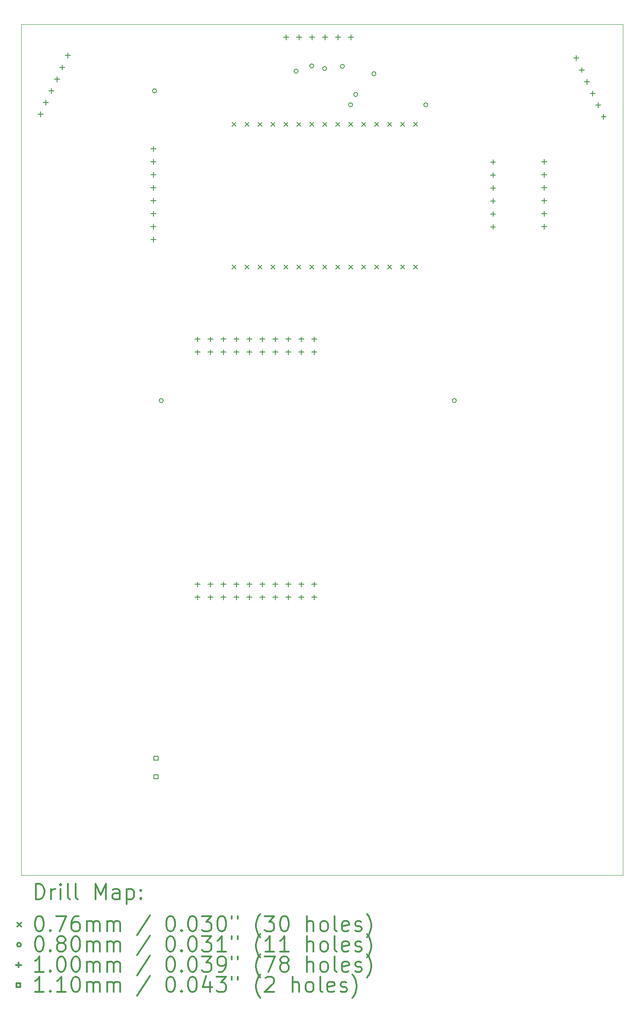
<source format=gbr>
%FSLAX45Y45*%
G04 Gerber Fmt 4.5, Leading zero omitted, Abs format (unit mm)*
G04 Created by KiCad (PCBNEW (5.1.9)-1) date 2021-05-12 16:02:21*
%MOMM*%
%LPD*%
G01*
G04 APERTURE LIST*
%TA.AperFunction,Profile*%
%ADD10C,0.050000*%
%TD*%
%ADD11C,0.200000*%
%ADD12C,0.300000*%
G04 APERTURE END LIST*
D10*
X4521200Y-22606000D02*
X5537200Y-22606000D01*
X4521200Y-22606000D02*
X4521200Y-7772400D01*
X6045200Y-22606000D02*
X5537200Y-22606000D01*
X16306800Y-22606000D02*
X6045200Y-22606000D01*
X16306800Y-5943600D02*
X16306800Y-22606000D01*
X16205200Y-5943600D02*
X16306800Y-5943600D01*
X4521200Y-5943600D02*
X16205200Y-5943600D01*
X4521200Y-6096000D02*
X4521200Y-5943600D01*
X4521200Y-7772400D02*
X4521200Y-6096000D01*
D11*
X8648700Y-7861300D02*
X8724900Y-7937500D01*
X8724900Y-7861300D02*
X8648700Y-7937500D01*
X8648700Y-10655300D02*
X8724900Y-10731500D01*
X8724900Y-10655300D02*
X8648700Y-10731500D01*
X8902700Y-7861300D02*
X8978900Y-7937500D01*
X8978900Y-7861300D02*
X8902700Y-7937500D01*
X8902700Y-10655300D02*
X8978900Y-10731500D01*
X8978900Y-10655300D02*
X8902700Y-10731500D01*
X9156700Y-7861300D02*
X9232900Y-7937500D01*
X9232900Y-7861300D02*
X9156700Y-7937500D01*
X9156700Y-10655300D02*
X9232900Y-10731500D01*
X9232900Y-10655300D02*
X9156700Y-10731500D01*
X9410700Y-7861300D02*
X9486900Y-7937500D01*
X9486900Y-7861300D02*
X9410700Y-7937500D01*
X9410700Y-10655300D02*
X9486900Y-10731500D01*
X9486900Y-10655300D02*
X9410700Y-10731500D01*
X9664700Y-7861300D02*
X9740900Y-7937500D01*
X9740900Y-7861300D02*
X9664700Y-7937500D01*
X9664700Y-10655300D02*
X9740900Y-10731500D01*
X9740900Y-10655300D02*
X9664700Y-10731500D01*
X9918700Y-7861300D02*
X9994900Y-7937500D01*
X9994900Y-7861300D02*
X9918700Y-7937500D01*
X9918700Y-10655300D02*
X9994900Y-10731500D01*
X9994900Y-10655300D02*
X9918700Y-10731500D01*
X10172700Y-7861300D02*
X10248900Y-7937500D01*
X10248900Y-7861300D02*
X10172700Y-7937500D01*
X10172700Y-10655300D02*
X10248900Y-10731500D01*
X10248900Y-10655300D02*
X10172700Y-10731500D01*
X10426700Y-7861300D02*
X10502900Y-7937500D01*
X10502900Y-7861300D02*
X10426700Y-7937500D01*
X10426700Y-10655300D02*
X10502900Y-10731500D01*
X10502900Y-10655300D02*
X10426700Y-10731500D01*
X10680700Y-7861300D02*
X10756900Y-7937500D01*
X10756900Y-7861300D02*
X10680700Y-7937500D01*
X10680700Y-10655300D02*
X10756900Y-10731500D01*
X10756900Y-10655300D02*
X10680700Y-10731500D01*
X10934700Y-7861300D02*
X11010900Y-7937500D01*
X11010900Y-7861300D02*
X10934700Y-7937500D01*
X10934700Y-10655300D02*
X11010900Y-10731500D01*
X11010900Y-10655300D02*
X10934700Y-10731500D01*
X11188700Y-7861300D02*
X11264900Y-7937500D01*
X11264900Y-7861300D02*
X11188700Y-7937500D01*
X11188700Y-10655300D02*
X11264900Y-10731500D01*
X11264900Y-10655300D02*
X11188700Y-10731500D01*
X11442700Y-7861300D02*
X11518900Y-7937500D01*
X11518900Y-7861300D02*
X11442700Y-7937500D01*
X11442700Y-10655300D02*
X11518900Y-10731500D01*
X11518900Y-10655300D02*
X11442700Y-10731500D01*
X11696700Y-7861300D02*
X11772900Y-7937500D01*
X11772900Y-7861300D02*
X11696700Y-7937500D01*
X11696700Y-10655300D02*
X11772900Y-10731500D01*
X11772900Y-10655300D02*
X11696700Y-10731500D01*
X11950700Y-7861300D02*
X12026900Y-7937500D01*
X12026900Y-7861300D02*
X11950700Y-7937500D01*
X11950700Y-10655300D02*
X12026900Y-10731500D01*
X12026900Y-10655300D02*
X11950700Y-10731500D01*
X12204700Y-7861300D02*
X12280900Y-7937500D01*
X12280900Y-7861300D02*
X12204700Y-7937500D01*
X12204700Y-10655300D02*
X12280900Y-10731500D01*
X12280900Y-10655300D02*
X12204700Y-10731500D01*
X7172593Y-7243806D02*
G75*
G03*
X7172593Y-7243806I-40000J0D01*
G01*
X7304400Y-13309600D02*
G75*
G03*
X7304400Y-13309600I-40000J0D01*
G01*
X9946000Y-6858000D02*
G75*
G03*
X9946000Y-6858000I-40000J0D01*
G01*
X10250800Y-6756400D02*
G75*
G03*
X10250800Y-6756400I-40000J0D01*
G01*
X10504800Y-6807200D02*
G75*
G03*
X10504800Y-6807200I-40000J0D01*
G01*
X10852400Y-6764400D02*
G75*
G03*
X10852400Y-6764400I-40000J0D01*
G01*
X11012800Y-7518400D02*
G75*
G03*
X11012800Y-7518400I-40000J0D01*
G01*
X11114400Y-7315200D02*
G75*
G03*
X11114400Y-7315200I-40000J0D01*
G01*
X11470000Y-6908800D02*
G75*
G03*
X11470000Y-6908800I-40000J0D01*
G01*
X12486000Y-7518400D02*
G75*
G03*
X12486000Y-7518400I-40000J0D01*
G01*
X13044800Y-13309600D02*
G75*
G03*
X13044800Y-13309600I-40000J0D01*
G01*
X4898875Y-7654211D02*
X4898875Y-7754211D01*
X4848875Y-7704211D02*
X4948875Y-7704211D01*
X5006220Y-7424009D02*
X5006220Y-7524009D01*
X4956220Y-7474009D02*
X5056220Y-7474009D01*
X5113565Y-7193806D02*
X5113565Y-7293806D01*
X5063565Y-7243806D02*
X5163565Y-7243806D01*
X5220910Y-6963604D02*
X5220910Y-7063604D01*
X5170910Y-7013604D02*
X5270910Y-7013604D01*
X5328255Y-6733402D02*
X5328255Y-6833402D01*
X5278255Y-6783402D02*
X5378255Y-6783402D01*
X5435600Y-6503200D02*
X5435600Y-6603200D01*
X5385600Y-6553200D02*
X5485600Y-6553200D01*
X7112000Y-8332000D02*
X7112000Y-8432000D01*
X7062000Y-8382000D02*
X7162000Y-8382000D01*
X7112000Y-8586000D02*
X7112000Y-8686000D01*
X7062000Y-8636000D02*
X7162000Y-8636000D01*
X7112000Y-8840000D02*
X7112000Y-8940000D01*
X7062000Y-8890000D02*
X7162000Y-8890000D01*
X7112000Y-9094000D02*
X7112000Y-9194000D01*
X7062000Y-9144000D02*
X7162000Y-9144000D01*
X7112000Y-9348000D02*
X7112000Y-9448000D01*
X7062000Y-9398000D02*
X7162000Y-9398000D01*
X7112000Y-9602000D02*
X7112000Y-9702000D01*
X7062000Y-9652000D02*
X7162000Y-9652000D01*
X7112000Y-9856000D02*
X7112000Y-9956000D01*
X7062000Y-9906000D02*
X7162000Y-9906000D01*
X7112000Y-10110000D02*
X7112000Y-10210000D01*
X7062000Y-10160000D02*
X7162000Y-10160000D01*
X7975600Y-12058400D02*
X7975600Y-12158400D01*
X7925600Y-12108400D02*
X8025600Y-12108400D01*
X7975600Y-12312400D02*
X7975600Y-12412400D01*
X7925600Y-12362400D02*
X8025600Y-12362400D01*
X7975600Y-16858400D02*
X7975600Y-16958400D01*
X7925600Y-16908400D02*
X8025600Y-16908400D01*
X7975600Y-17112400D02*
X7975600Y-17212400D01*
X7925600Y-17162400D02*
X8025600Y-17162400D01*
X8229600Y-12058400D02*
X8229600Y-12158400D01*
X8179600Y-12108400D02*
X8279600Y-12108400D01*
X8229600Y-12312400D02*
X8229600Y-12412400D01*
X8179600Y-12362400D02*
X8279600Y-12362400D01*
X8229600Y-16858400D02*
X8229600Y-16958400D01*
X8179600Y-16908400D02*
X8279600Y-16908400D01*
X8229600Y-17112400D02*
X8229600Y-17212400D01*
X8179600Y-17162400D02*
X8279600Y-17162400D01*
X8483600Y-12058400D02*
X8483600Y-12158400D01*
X8433600Y-12108400D02*
X8533600Y-12108400D01*
X8483600Y-12312400D02*
X8483600Y-12412400D01*
X8433600Y-12362400D02*
X8533600Y-12362400D01*
X8483600Y-16858400D02*
X8483600Y-16958400D01*
X8433600Y-16908400D02*
X8533600Y-16908400D01*
X8483600Y-17112400D02*
X8483600Y-17212400D01*
X8433600Y-17162400D02*
X8533600Y-17162400D01*
X8737600Y-12058400D02*
X8737600Y-12158400D01*
X8687600Y-12108400D02*
X8787600Y-12108400D01*
X8737600Y-12312400D02*
X8737600Y-12412400D01*
X8687600Y-12362400D02*
X8787600Y-12362400D01*
X8737600Y-16858400D02*
X8737600Y-16958400D01*
X8687600Y-16908400D02*
X8787600Y-16908400D01*
X8737600Y-17112400D02*
X8737600Y-17212400D01*
X8687600Y-17162400D02*
X8787600Y-17162400D01*
X8991600Y-12058400D02*
X8991600Y-12158400D01*
X8941600Y-12108400D02*
X9041600Y-12108400D01*
X8991600Y-12312400D02*
X8991600Y-12412400D01*
X8941600Y-12362400D02*
X9041600Y-12362400D01*
X8991600Y-16858400D02*
X8991600Y-16958400D01*
X8941600Y-16908400D02*
X9041600Y-16908400D01*
X8991600Y-17112400D02*
X8991600Y-17212400D01*
X8941600Y-17162400D02*
X9041600Y-17162400D01*
X9245600Y-12058400D02*
X9245600Y-12158400D01*
X9195600Y-12108400D02*
X9295600Y-12108400D01*
X9245600Y-12312400D02*
X9245600Y-12412400D01*
X9195600Y-12362400D02*
X9295600Y-12362400D01*
X9245600Y-16858400D02*
X9245600Y-16958400D01*
X9195600Y-16908400D02*
X9295600Y-16908400D01*
X9245600Y-17112400D02*
X9245600Y-17212400D01*
X9195600Y-17162400D02*
X9295600Y-17162400D01*
X9499600Y-12058400D02*
X9499600Y-12158400D01*
X9449600Y-12108400D02*
X9549600Y-12108400D01*
X9499600Y-12312400D02*
X9499600Y-12412400D01*
X9449600Y-12362400D02*
X9549600Y-12362400D01*
X9499600Y-16858400D02*
X9499600Y-16958400D01*
X9449600Y-16908400D02*
X9549600Y-16908400D01*
X9499600Y-17112400D02*
X9499600Y-17212400D01*
X9449600Y-17162400D02*
X9549600Y-17162400D01*
X9710800Y-6147600D02*
X9710800Y-6247600D01*
X9660800Y-6197600D02*
X9760800Y-6197600D01*
X9753600Y-12058400D02*
X9753600Y-12158400D01*
X9703600Y-12108400D02*
X9803600Y-12108400D01*
X9753600Y-12312400D02*
X9753600Y-12412400D01*
X9703600Y-12362400D02*
X9803600Y-12362400D01*
X9753600Y-16858400D02*
X9753600Y-16958400D01*
X9703600Y-16908400D02*
X9803600Y-16908400D01*
X9753600Y-17112400D02*
X9753600Y-17212400D01*
X9703600Y-17162400D02*
X9803600Y-17162400D01*
X9964800Y-6147600D02*
X9964800Y-6247600D01*
X9914800Y-6197600D02*
X10014800Y-6197600D01*
X10007600Y-12058400D02*
X10007600Y-12158400D01*
X9957600Y-12108400D02*
X10057600Y-12108400D01*
X10007600Y-12312400D02*
X10007600Y-12412400D01*
X9957600Y-12362400D02*
X10057600Y-12362400D01*
X10007600Y-16858400D02*
X10007600Y-16958400D01*
X9957600Y-16908400D02*
X10057600Y-16908400D01*
X10007600Y-17112400D02*
X10007600Y-17212400D01*
X9957600Y-17162400D02*
X10057600Y-17162400D01*
X10218800Y-6147600D02*
X10218800Y-6247600D01*
X10168800Y-6197600D02*
X10268800Y-6197600D01*
X10261600Y-12058400D02*
X10261600Y-12158400D01*
X10211600Y-12108400D02*
X10311600Y-12108400D01*
X10261600Y-12312400D02*
X10261600Y-12412400D01*
X10211600Y-12362400D02*
X10311600Y-12362400D01*
X10261600Y-16858400D02*
X10261600Y-16958400D01*
X10211600Y-16908400D02*
X10311600Y-16908400D01*
X10261600Y-17112400D02*
X10261600Y-17212400D01*
X10211600Y-17162400D02*
X10311600Y-17162400D01*
X10472800Y-6147600D02*
X10472800Y-6247600D01*
X10422800Y-6197600D02*
X10522800Y-6197600D01*
X10726800Y-6147600D02*
X10726800Y-6247600D01*
X10676800Y-6197600D02*
X10776800Y-6197600D01*
X10980800Y-6147600D02*
X10980800Y-6247600D01*
X10930800Y-6197600D02*
X11030800Y-6197600D01*
X13762800Y-8587800D02*
X13762800Y-8687800D01*
X13712800Y-8637800D02*
X13812800Y-8637800D01*
X13762800Y-8841800D02*
X13762800Y-8941800D01*
X13712800Y-8891800D02*
X13812800Y-8891800D01*
X13762800Y-9095800D02*
X13762800Y-9195800D01*
X13712800Y-9145800D02*
X13812800Y-9145800D01*
X13762800Y-9349800D02*
X13762800Y-9449800D01*
X13712800Y-9399800D02*
X13812800Y-9399800D01*
X13762800Y-9603800D02*
X13762800Y-9703800D01*
X13712800Y-9653800D02*
X13812800Y-9653800D01*
X13762800Y-9857800D02*
X13762800Y-9957800D01*
X13712800Y-9907800D02*
X13812800Y-9907800D01*
X14766800Y-8586000D02*
X14766800Y-8686000D01*
X14716800Y-8636000D02*
X14816800Y-8636000D01*
X14766800Y-8840000D02*
X14766800Y-8940000D01*
X14716800Y-8890000D02*
X14816800Y-8890000D01*
X14766800Y-9094000D02*
X14766800Y-9194000D01*
X14716800Y-9144000D02*
X14816800Y-9144000D01*
X14766800Y-9348000D02*
X14766800Y-9448000D01*
X14716800Y-9398000D02*
X14816800Y-9398000D01*
X14766800Y-9602000D02*
X14766800Y-9702000D01*
X14716800Y-9652000D02*
X14816800Y-9652000D01*
X14766800Y-9856000D02*
X14766800Y-9956000D01*
X14716800Y-9906000D02*
X14816800Y-9906000D01*
X15392400Y-6554000D02*
X15392400Y-6654000D01*
X15342400Y-6604000D02*
X15442400Y-6604000D01*
X15499745Y-6784202D02*
X15499745Y-6884202D01*
X15449745Y-6834202D02*
X15549745Y-6834202D01*
X15607090Y-7014404D02*
X15607090Y-7114404D01*
X15557090Y-7064404D02*
X15657090Y-7064404D01*
X15714435Y-7244606D02*
X15714435Y-7344606D01*
X15664435Y-7294606D02*
X15764435Y-7294606D01*
X15821780Y-7474809D02*
X15821780Y-7574809D01*
X15771780Y-7524809D02*
X15871780Y-7524809D01*
X15929125Y-7705011D02*
X15929125Y-7805011D01*
X15879125Y-7755011D02*
X15979125Y-7755011D01*
X7201691Y-20354491D02*
X7201691Y-20276709D01*
X7123909Y-20276709D01*
X7123909Y-20354491D01*
X7201691Y-20354491D01*
X7201691Y-20714491D02*
X7201691Y-20636709D01*
X7123909Y-20636709D01*
X7123909Y-20714491D01*
X7201691Y-20714491D01*
D12*
X4805128Y-23074214D02*
X4805128Y-22774214D01*
X4876557Y-22774214D01*
X4919414Y-22788500D01*
X4947986Y-22817071D01*
X4962271Y-22845643D01*
X4976557Y-22902786D01*
X4976557Y-22945643D01*
X4962271Y-23002786D01*
X4947986Y-23031357D01*
X4919414Y-23059929D01*
X4876557Y-23074214D01*
X4805128Y-23074214D01*
X5105128Y-23074214D02*
X5105128Y-22874214D01*
X5105128Y-22931357D02*
X5119414Y-22902786D01*
X5133700Y-22888500D01*
X5162271Y-22874214D01*
X5190843Y-22874214D01*
X5290843Y-23074214D02*
X5290843Y-22874214D01*
X5290843Y-22774214D02*
X5276557Y-22788500D01*
X5290843Y-22802786D01*
X5305128Y-22788500D01*
X5290843Y-22774214D01*
X5290843Y-22802786D01*
X5476557Y-23074214D02*
X5447986Y-23059929D01*
X5433700Y-23031357D01*
X5433700Y-22774214D01*
X5633700Y-23074214D02*
X5605128Y-23059929D01*
X5590843Y-23031357D01*
X5590843Y-22774214D01*
X5976557Y-23074214D02*
X5976557Y-22774214D01*
X6076557Y-22988500D01*
X6176557Y-22774214D01*
X6176557Y-23074214D01*
X6447986Y-23074214D02*
X6447986Y-22917071D01*
X6433700Y-22888500D01*
X6405128Y-22874214D01*
X6347986Y-22874214D01*
X6319414Y-22888500D01*
X6447986Y-23059929D02*
X6419414Y-23074214D01*
X6347986Y-23074214D01*
X6319414Y-23059929D01*
X6305128Y-23031357D01*
X6305128Y-23002786D01*
X6319414Y-22974214D01*
X6347986Y-22959929D01*
X6419414Y-22959929D01*
X6447986Y-22945643D01*
X6590843Y-22874214D02*
X6590843Y-23174214D01*
X6590843Y-22888500D02*
X6619414Y-22874214D01*
X6676557Y-22874214D01*
X6705128Y-22888500D01*
X6719414Y-22902786D01*
X6733700Y-22931357D01*
X6733700Y-23017071D01*
X6719414Y-23045643D01*
X6705128Y-23059929D01*
X6676557Y-23074214D01*
X6619414Y-23074214D01*
X6590843Y-23059929D01*
X6862271Y-23045643D02*
X6876557Y-23059929D01*
X6862271Y-23074214D01*
X6847986Y-23059929D01*
X6862271Y-23045643D01*
X6862271Y-23074214D01*
X6862271Y-22888500D02*
X6876557Y-22902786D01*
X6862271Y-22917071D01*
X6847986Y-22902786D01*
X6862271Y-22888500D01*
X6862271Y-22917071D01*
X4442500Y-23530400D02*
X4518700Y-23606600D01*
X4518700Y-23530400D02*
X4442500Y-23606600D01*
X4862271Y-23404214D02*
X4890843Y-23404214D01*
X4919414Y-23418500D01*
X4933700Y-23432786D01*
X4947986Y-23461357D01*
X4962271Y-23518500D01*
X4962271Y-23589929D01*
X4947986Y-23647071D01*
X4933700Y-23675643D01*
X4919414Y-23689929D01*
X4890843Y-23704214D01*
X4862271Y-23704214D01*
X4833700Y-23689929D01*
X4819414Y-23675643D01*
X4805128Y-23647071D01*
X4790843Y-23589929D01*
X4790843Y-23518500D01*
X4805128Y-23461357D01*
X4819414Y-23432786D01*
X4833700Y-23418500D01*
X4862271Y-23404214D01*
X5090843Y-23675643D02*
X5105128Y-23689929D01*
X5090843Y-23704214D01*
X5076557Y-23689929D01*
X5090843Y-23675643D01*
X5090843Y-23704214D01*
X5205128Y-23404214D02*
X5405128Y-23404214D01*
X5276557Y-23704214D01*
X5647986Y-23404214D02*
X5590843Y-23404214D01*
X5562271Y-23418500D01*
X5547986Y-23432786D01*
X5519414Y-23475643D01*
X5505128Y-23532786D01*
X5505128Y-23647071D01*
X5519414Y-23675643D01*
X5533700Y-23689929D01*
X5562271Y-23704214D01*
X5619414Y-23704214D01*
X5647986Y-23689929D01*
X5662271Y-23675643D01*
X5676557Y-23647071D01*
X5676557Y-23575643D01*
X5662271Y-23547071D01*
X5647986Y-23532786D01*
X5619414Y-23518500D01*
X5562271Y-23518500D01*
X5533700Y-23532786D01*
X5519414Y-23547071D01*
X5505128Y-23575643D01*
X5805128Y-23704214D02*
X5805128Y-23504214D01*
X5805128Y-23532786D02*
X5819414Y-23518500D01*
X5847986Y-23504214D01*
X5890843Y-23504214D01*
X5919414Y-23518500D01*
X5933700Y-23547071D01*
X5933700Y-23704214D01*
X5933700Y-23547071D02*
X5947986Y-23518500D01*
X5976557Y-23504214D01*
X6019414Y-23504214D01*
X6047986Y-23518500D01*
X6062271Y-23547071D01*
X6062271Y-23704214D01*
X6205128Y-23704214D02*
X6205128Y-23504214D01*
X6205128Y-23532786D02*
X6219414Y-23518500D01*
X6247986Y-23504214D01*
X6290843Y-23504214D01*
X6319414Y-23518500D01*
X6333700Y-23547071D01*
X6333700Y-23704214D01*
X6333700Y-23547071D02*
X6347986Y-23518500D01*
X6376557Y-23504214D01*
X6419414Y-23504214D01*
X6447986Y-23518500D01*
X6462271Y-23547071D01*
X6462271Y-23704214D01*
X7047986Y-23389929D02*
X6790843Y-23775643D01*
X7433700Y-23404214D02*
X7462271Y-23404214D01*
X7490843Y-23418500D01*
X7505128Y-23432786D01*
X7519414Y-23461357D01*
X7533700Y-23518500D01*
X7533700Y-23589929D01*
X7519414Y-23647071D01*
X7505128Y-23675643D01*
X7490843Y-23689929D01*
X7462271Y-23704214D01*
X7433700Y-23704214D01*
X7405128Y-23689929D01*
X7390843Y-23675643D01*
X7376557Y-23647071D01*
X7362271Y-23589929D01*
X7362271Y-23518500D01*
X7376557Y-23461357D01*
X7390843Y-23432786D01*
X7405128Y-23418500D01*
X7433700Y-23404214D01*
X7662271Y-23675643D02*
X7676557Y-23689929D01*
X7662271Y-23704214D01*
X7647986Y-23689929D01*
X7662271Y-23675643D01*
X7662271Y-23704214D01*
X7862271Y-23404214D02*
X7890843Y-23404214D01*
X7919414Y-23418500D01*
X7933700Y-23432786D01*
X7947986Y-23461357D01*
X7962271Y-23518500D01*
X7962271Y-23589929D01*
X7947986Y-23647071D01*
X7933700Y-23675643D01*
X7919414Y-23689929D01*
X7890843Y-23704214D01*
X7862271Y-23704214D01*
X7833700Y-23689929D01*
X7819414Y-23675643D01*
X7805128Y-23647071D01*
X7790843Y-23589929D01*
X7790843Y-23518500D01*
X7805128Y-23461357D01*
X7819414Y-23432786D01*
X7833700Y-23418500D01*
X7862271Y-23404214D01*
X8062271Y-23404214D02*
X8247986Y-23404214D01*
X8147986Y-23518500D01*
X8190843Y-23518500D01*
X8219414Y-23532786D01*
X8233700Y-23547071D01*
X8247986Y-23575643D01*
X8247986Y-23647071D01*
X8233700Y-23675643D01*
X8219414Y-23689929D01*
X8190843Y-23704214D01*
X8105128Y-23704214D01*
X8076557Y-23689929D01*
X8062271Y-23675643D01*
X8433700Y-23404214D02*
X8462271Y-23404214D01*
X8490843Y-23418500D01*
X8505128Y-23432786D01*
X8519414Y-23461357D01*
X8533700Y-23518500D01*
X8533700Y-23589929D01*
X8519414Y-23647071D01*
X8505128Y-23675643D01*
X8490843Y-23689929D01*
X8462271Y-23704214D01*
X8433700Y-23704214D01*
X8405128Y-23689929D01*
X8390843Y-23675643D01*
X8376557Y-23647071D01*
X8362271Y-23589929D01*
X8362271Y-23518500D01*
X8376557Y-23461357D01*
X8390843Y-23432786D01*
X8405128Y-23418500D01*
X8433700Y-23404214D01*
X8647986Y-23404214D02*
X8647986Y-23461357D01*
X8762271Y-23404214D02*
X8762271Y-23461357D01*
X9205128Y-23818500D02*
X9190843Y-23804214D01*
X9162271Y-23761357D01*
X9147986Y-23732786D01*
X9133700Y-23689929D01*
X9119414Y-23618500D01*
X9119414Y-23561357D01*
X9133700Y-23489929D01*
X9147986Y-23447071D01*
X9162271Y-23418500D01*
X9190843Y-23375643D01*
X9205128Y-23361357D01*
X9290843Y-23404214D02*
X9476557Y-23404214D01*
X9376557Y-23518500D01*
X9419414Y-23518500D01*
X9447986Y-23532786D01*
X9462271Y-23547071D01*
X9476557Y-23575643D01*
X9476557Y-23647071D01*
X9462271Y-23675643D01*
X9447986Y-23689929D01*
X9419414Y-23704214D01*
X9333700Y-23704214D01*
X9305128Y-23689929D01*
X9290843Y-23675643D01*
X9662271Y-23404214D02*
X9690843Y-23404214D01*
X9719414Y-23418500D01*
X9733700Y-23432786D01*
X9747986Y-23461357D01*
X9762271Y-23518500D01*
X9762271Y-23589929D01*
X9747986Y-23647071D01*
X9733700Y-23675643D01*
X9719414Y-23689929D01*
X9690843Y-23704214D01*
X9662271Y-23704214D01*
X9633700Y-23689929D01*
X9619414Y-23675643D01*
X9605128Y-23647071D01*
X9590843Y-23589929D01*
X9590843Y-23518500D01*
X9605128Y-23461357D01*
X9619414Y-23432786D01*
X9633700Y-23418500D01*
X9662271Y-23404214D01*
X10119414Y-23704214D02*
X10119414Y-23404214D01*
X10247986Y-23704214D02*
X10247986Y-23547071D01*
X10233700Y-23518500D01*
X10205128Y-23504214D01*
X10162271Y-23504214D01*
X10133700Y-23518500D01*
X10119414Y-23532786D01*
X10433700Y-23704214D02*
X10405128Y-23689929D01*
X10390843Y-23675643D01*
X10376557Y-23647071D01*
X10376557Y-23561357D01*
X10390843Y-23532786D01*
X10405128Y-23518500D01*
X10433700Y-23504214D01*
X10476557Y-23504214D01*
X10505128Y-23518500D01*
X10519414Y-23532786D01*
X10533700Y-23561357D01*
X10533700Y-23647071D01*
X10519414Y-23675643D01*
X10505128Y-23689929D01*
X10476557Y-23704214D01*
X10433700Y-23704214D01*
X10705128Y-23704214D02*
X10676557Y-23689929D01*
X10662271Y-23661357D01*
X10662271Y-23404214D01*
X10933700Y-23689929D02*
X10905128Y-23704214D01*
X10847986Y-23704214D01*
X10819414Y-23689929D01*
X10805128Y-23661357D01*
X10805128Y-23547071D01*
X10819414Y-23518500D01*
X10847986Y-23504214D01*
X10905128Y-23504214D01*
X10933700Y-23518500D01*
X10947986Y-23547071D01*
X10947986Y-23575643D01*
X10805128Y-23604214D01*
X11062271Y-23689929D02*
X11090843Y-23704214D01*
X11147986Y-23704214D01*
X11176557Y-23689929D01*
X11190843Y-23661357D01*
X11190843Y-23647071D01*
X11176557Y-23618500D01*
X11147986Y-23604214D01*
X11105128Y-23604214D01*
X11076557Y-23589929D01*
X11062271Y-23561357D01*
X11062271Y-23547071D01*
X11076557Y-23518500D01*
X11105128Y-23504214D01*
X11147986Y-23504214D01*
X11176557Y-23518500D01*
X11290843Y-23818500D02*
X11305128Y-23804214D01*
X11333700Y-23761357D01*
X11347986Y-23732786D01*
X11362271Y-23689929D01*
X11376557Y-23618500D01*
X11376557Y-23561357D01*
X11362271Y-23489929D01*
X11347986Y-23447071D01*
X11333700Y-23418500D01*
X11305128Y-23375643D01*
X11290843Y-23361357D01*
X4518700Y-23964500D02*
G75*
G03*
X4518700Y-23964500I-40000J0D01*
G01*
X4862271Y-23800214D02*
X4890843Y-23800214D01*
X4919414Y-23814500D01*
X4933700Y-23828786D01*
X4947986Y-23857357D01*
X4962271Y-23914500D01*
X4962271Y-23985929D01*
X4947986Y-24043071D01*
X4933700Y-24071643D01*
X4919414Y-24085929D01*
X4890843Y-24100214D01*
X4862271Y-24100214D01*
X4833700Y-24085929D01*
X4819414Y-24071643D01*
X4805128Y-24043071D01*
X4790843Y-23985929D01*
X4790843Y-23914500D01*
X4805128Y-23857357D01*
X4819414Y-23828786D01*
X4833700Y-23814500D01*
X4862271Y-23800214D01*
X5090843Y-24071643D02*
X5105128Y-24085929D01*
X5090843Y-24100214D01*
X5076557Y-24085929D01*
X5090843Y-24071643D01*
X5090843Y-24100214D01*
X5276557Y-23928786D02*
X5247986Y-23914500D01*
X5233700Y-23900214D01*
X5219414Y-23871643D01*
X5219414Y-23857357D01*
X5233700Y-23828786D01*
X5247986Y-23814500D01*
X5276557Y-23800214D01*
X5333700Y-23800214D01*
X5362271Y-23814500D01*
X5376557Y-23828786D01*
X5390843Y-23857357D01*
X5390843Y-23871643D01*
X5376557Y-23900214D01*
X5362271Y-23914500D01*
X5333700Y-23928786D01*
X5276557Y-23928786D01*
X5247986Y-23943071D01*
X5233700Y-23957357D01*
X5219414Y-23985929D01*
X5219414Y-24043071D01*
X5233700Y-24071643D01*
X5247986Y-24085929D01*
X5276557Y-24100214D01*
X5333700Y-24100214D01*
X5362271Y-24085929D01*
X5376557Y-24071643D01*
X5390843Y-24043071D01*
X5390843Y-23985929D01*
X5376557Y-23957357D01*
X5362271Y-23943071D01*
X5333700Y-23928786D01*
X5576557Y-23800214D02*
X5605128Y-23800214D01*
X5633700Y-23814500D01*
X5647986Y-23828786D01*
X5662271Y-23857357D01*
X5676557Y-23914500D01*
X5676557Y-23985929D01*
X5662271Y-24043071D01*
X5647986Y-24071643D01*
X5633700Y-24085929D01*
X5605128Y-24100214D01*
X5576557Y-24100214D01*
X5547986Y-24085929D01*
X5533700Y-24071643D01*
X5519414Y-24043071D01*
X5505128Y-23985929D01*
X5505128Y-23914500D01*
X5519414Y-23857357D01*
X5533700Y-23828786D01*
X5547986Y-23814500D01*
X5576557Y-23800214D01*
X5805128Y-24100214D02*
X5805128Y-23900214D01*
X5805128Y-23928786D02*
X5819414Y-23914500D01*
X5847986Y-23900214D01*
X5890843Y-23900214D01*
X5919414Y-23914500D01*
X5933700Y-23943071D01*
X5933700Y-24100214D01*
X5933700Y-23943071D02*
X5947986Y-23914500D01*
X5976557Y-23900214D01*
X6019414Y-23900214D01*
X6047986Y-23914500D01*
X6062271Y-23943071D01*
X6062271Y-24100214D01*
X6205128Y-24100214D02*
X6205128Y-23900214D01*
X6205128Y-23928786D02*
X6219414Y-23914500D01*
X6247986Y-23900214D01*
X6290843Y-23900214D01*
X6319414Y-23914500D01*
X6333700Y-23943071D01*
X6333700Y-24100214D01*
X6333700Y-23943071D02*
X6347986Y-23914500D01*
X6376557Y-23900214D01*
X6419414Y-23900214D01*
X6447986Y-23914500D01*
X6462271Y-23943071D01*
X6462271Y-24100214D01*
X7047986Y-23785929D02*
X6790843Y-24171643D01*
X7433700Y-23800214D02*
X7462271Y-23800214D01*
X7490843Y-23814500D01*
X7505128Y-23828786D01*
X7519414Y-23857357D01*
X7533700Y-23914500D01*
X7533700Y-23985929D01*
X7519414Y-24043071D01*
X7505128Y-24071643D01*
X7490843Y-24085929D01*
X7462271Y-24100214D01*
X7433700Y-24100214D01*
X7405128Y-24085929D01*
X7390843Y-24071643D01*
X7376557Y-24043071D01*
X7362271Y-23985929D01*
X7362271Y-23914500D01*
X7376557Y-23857357D01*
X7390843Y-23828786D01*
X7405128Y-23814500D01*
X7433700Y-23800214D01*
X7662271Y-24071643D02*
X7676557Y-24085929D01*
X7662271Y-24100214D01*
X7647986Y-24085929D01*
X7662271Y-24071643D01*
X7662271Y-24100214D01*
X7862271Y-23800214D02*
X7890843Y-23800214D01*
X7919414Y-23814500D01*
X7933700Y-23828786D01*
X7947986Y-23857357D01*
X7962271Y-23914500D01*
X7962271Y-23985929D01*
X7947986Y-24043071D01*
X7933700Y-24071643D01*
X7919414Y-24085929D01*
X7890843Y-24100214D01*
X7862271Y-24100214D01*
X7833700Y-24085929D01*
X7819414Y-24071643D01*
X7805128Y-24043071D01*
X7790843Y-23985929D01*
X7790843Y-23914500D01*
X7805128Y-23857357D01*
X7819414Y-23828786D01*
X7833700Y-23814500D01*
X7862271Y-23800214D01*
X8062271Y-23800214D02*
X8247986Y-23800214D01*
X8147986Y-23914500D01*
X8190843Y-23914500D01*
X8219414Y-23928786D01*
X8233700Y-23943071D01*
X8247986Y-23971643D01*
X8247986Y-24043071D01*
X8233700Y-24071643D01*
X8219414Y-24085929D01*
X8190843Y-24100214D01*
X8105128Y-24100214D01*
X8076557Y-24085929D01*
X8062271Y-24071643D01*
X8533700Y-24100214D02*
X8362271Y-24100214D01*
X8447986Y-24100214D02*
X8447986Y-23800214D01*
X8419414Y-23843071D01*
X8390843Y-23871643D01*
X8362271Y-23885929D01*
X8647986Y-23800214D02*
X8647986Y-23857357D01*
X8762271Y-23800214D02*
X8762271Y-23857357D01*
X9205128Y-24214500D02*
X9190843Y-24200214D01*
X9162271Y-24157357D01*
X9147986Y-24128786D01*
X9133700Y-24085929D01*
X9119414Y-24014500D01*
X9119414Y-23957357D01*
X9133700Y-23885929D01*
X9147986Y-23843071D01*
X9162271Y-23814500D01*
X9190843Y-23771643D01*
X9205128Y-23757357D01*
X9476557Y-24100214D02*
X9305128Y-24100214D01*
X9390843Y-24100214D02*
X9390843Y-23800214D01*
X9362271Y-23843071D01*
X9333700Y-23871643D01*
X9305128Y-23885929D01*
X9762271Y-24100214D02*
X9590843Y-24100214D01*
X9676557Y-24100214D02*
X9676557Y-23800214D01*
X9647986Y-23843071D01*
X9619414Y-23871643D01*
X9590843Y-23885929D01*
X10119414Y-24100214D02*
X10119414Y-23800214D01*
X10247986Y-24100214D02*
X10247986Y-23943071D01*
X10233700Y-23914500D01*
X10205128Y-23900214D01*
X10162271Y-23900214D01*
X10133700Y-23914500D01*
X10119414Y-23928786D01*
X10433700Y-24100214D02*
X10405128Y-24085929D01*
X10390843Y-24071643D01*
X10376557Y-24043071D01*
X10376557Y-23957357D01*
X10390843Y-23928786D01*
X10405128Y-23914500D01*
X10433700Y-23900214D01*
X10476557Y-23900214D01*
X10505128Y-23914500D01*
X10519414Y-23928786D01*
X10533700Y-23957357D01*
X10533700Y-24043071D01*
X10519414Y-24071643D01*
X10505128Y-24085929D01*
X10476557Y-24100214D01*
X10433700Y-24100214D01*
X10705128Y-24100214D02*
X10676557Y-24085929D01*
X10662271Y-24057357D01*
X10662271Y-23800214D01*
X10933700Y-24085929D02*
X10905128Y-24100214D01*
X10847986Y-24100214D01*
X10819414Y-24085929D01*
X10805128Y-24057357D01*
X10805128Y-23943071D01*
X10819414Y-23914500D01*
X10847986Y-23900214D01*
X10905128Y-23900214D01*
X10933700Y-23914500D01*
X10947986Y-23943071D01*
X10947986Y-23971643D01*
X10805128Y-24000214D01*
X11062271Y-24085929D02*
X11090843Y-24100214D01*
X11147986Y-24100214D01*
X11176557Y-24085929D01*
X11190843Y-24057357D01*
X11190843Y-24043071D01*
X11176557Y-24014500D01*
X11147986Y-24000214D01*
X11105128Y-24000214D01*
X11076557Y-23985929D01*
X11062271Y-23957357D01*
X11062271Y-23943071D01*
X11076557Y-23914500D01*
X11105128Y-23900214D01*
X11147986Y-23900214D01*
X11176557Y-23914500D01*
X11290843Y-24214500D02*
X11305128Y-24200214D01*
X11333700Y-24157357D01*
X11347986Y-24128786D01*
X11362271Y-24085929D01*
X11376557Y-24014500D01*
X11376557Y-23957357D01*
X11362271Y-23885929D01*
X11347986Y-23843071D01*
X11333700Y-23814500D01*
X11305128Y-23771643D01*
X11290843Y-23757357D01*
X4468700Y-24310500D02*
X4468700Y-24410500D01*
X4418700Y-24360500D02*
X4518700Y-24360500D01*
X4962271Y-24496214D02*
X4790843Y-24496214D01*
X4876557Y-24496214D02*
X4876557Y-24196214D01*
X4847986Y-24239071D01*
X4819414Y-24267643D01*
X4790843Y-24281929D01*
X5090843Y-24467643D02*
X5105128Y-24481929D01*
X5090843Y-24496214D01*
X5076557Y-24481929D01*
X5090843Y-24467643D01*
X5090843Y-24496214D01*
X5290843Y-24196214D02*
X5319414Y-24196214D01*
X5347986Y-24210500D01*
X5362271Y-24224786D01*
X5376557Y-24253357D01*
X5390843Y-24310500D01*
X5390843Y-24381929D01*
X5376557Y-24439071D01*
X5362271Y-24467643D01*
X5347986Y-24481929D01*
X5319414Y-24496214D01*
X5290843Y-24496214D01*
X5262271Y-24481929D01*
X5247986Y-24467643D01*
X5233700Y-24439071D01*
X5219414Y-24381929D01*
X5219414Y-24310500D01*
X5233700Y-24253357D01*
X5247986Y-24224786D01*
X5262271Y-24210500D01*
X5290843Y-24196214D01*
X5576557Y-24196214D02*
X5605128Y-24196214D01*
X5633700Y-24210500D01*
X5647986Y-24224786D01*
X5662271Y-24253357D01*
X5676557Y-24310500D01*
X5676557Y-24381929D01*
X5662271Y-24439071D01*
X5647986Y-24467643D01*
X5633700Y-24481929D01*
X5605128Y-24496214D01*
X5576557Y-24496214D01*
X5547986Y-24481929D01*
X5533700Y-24467643D01*
X5519414Y-24439071D01*
X5505128Y-24381929D01*
X5505128Y-24310500D01*
X5519414Y-24253357D01*
X5533700Y-24224786D01*
X5547986Y-24210500D01*
X5576557Y-24196214D01*
X5805128Y-24496214D02*
X5805128Y-24296214D01*
X5805128Y-24324786D02*
X5819414Y-24310500D01*
X5847986Y-24296214D01*
X5890843Y-24296214D01*
X5919414Y-24310500D01*
X5933700Y-24339071D01*
X5933700Y-24496214D01*
X5933700Y-24339071D02*
X5947986Y-24310500D01*
X5976557Y-24296214D01*
X6019414Y-24296214D01*
X6047986Y-24310500D01*
X6062271Y-24339071D01*
X6062271Y-24496214D01*
X6205128Y-24496214D02*
X6205128Y-24296214D01*
X6205128Y-24324786D02*
X6219414Y-24310500D01*
X6247986Y-24296214D01*
X6290843Y-24296214D01*
X6319414Y-24310500D01*
X6333700Y-24339071D01*
X6333700Y-24496214D01*
X6333700Y-24339071D02*
X6347986Y-24310500D01*
X6376557Y-24296214D01*
X6419414Y-24296214D01*
X6447986Y-24310500D01*
X6462271Y-24339071D01*
X6462271Y-24496214D01*
X7047986Y-24181929D02*
X6790843Y-24567643D01*
X7433700Y-24196214D02*
X7462271Y-24196214D01*
X7490843Y-24210500D01*
X7505128Y-24224786D01*
X7519414Y-24253357D01*
X7533700Y-24310500D01*
X7533700Y-24381929D01*
X7519414Y-24439071D01*
X7505128Y-24467643D01*
X7490843Y-24481929D01*
X7462271Y-24496214D01*
X7433700Y-24496214D01*
X7405128Y-24481929D01*
X7390843Y-24467643D01*
X7376557Y-24439071D01*
X7362271Y-24381929D01*
X7362271Y-24310500D01*
X7376557Y-24253357D01*
X7390843Y-24224786D01*
X7405128Y-24210500D01*
X7433700Y-24196214D01*
X7662271Y-24467643D02*
X7676557Y-24481929D01*
X7662271Y-24496214D01*
X7647986Y-24481929D01*
X7662271Y-24467643D01*
X7662271Y-24496214D01*
X7862271Y-24196214D02*
X7890843Y-24196214D01*
X7919414Y-24210500D01*
X7933700Y-24224786D01*
X7947986Y-24253357D01*
X7962271Y-24310500D01*
X7962271Y-24381929D01*
X7947986Y-24439071D01*
X7933700Y-24467643D01*
X7919414Y-24481929D01*
X7890843Y-24496214D01*
X7862271Y-24496214D01*
X7833700Y-24481929D01*
X7819414Y-24467643D01*
X7805128Y-24439071D01*
X7790843Y-24381929D01*
X7790843Y-24310500D01*
X7805128Y-24253357D01*
X7819414Y-24224786D01*
X7833700Y-24210500D01*
X7862271Y-24196214D01*
X8062271Y-24196214D02*
X8247986Y-24196214D01*
X8147986Y-24310500D01*
X8190843Y-24310500D01*
X8219414Y-24324786D01*
X8233700Y-24339071D01*
X8247986Y-24367643D01*
X8247986Y-24439071D01*
X8233700Y-24467643D01*
X8219414Y-24481929D01*
X8190843Y-24496214D01*
X8105128Y-24496214D01*
X8076557Y-24481929D01*
X8062271Y-24467643D01*
X8390843Y-24496214D02*
X8447986Y-24496214D01*
X8476557Y-24481929D01*
X8490843Y-24467643D01*
X8519414Y-24424786D01*
X8533700Y-24367643D01*
X8533700Y-24253357D01*
X8519414Y-24224786D01*
X8505128Y-24210500D01*
X8476557Y-24196214D01*
X8419414Y-24196214D01*
X8390843Y-24210500D01*
X8376557Y-24224786D01*
X8362271Y-24253357D01*
X8362271Y-24324786D01*
X8376557Y-24353357D01*
X8390843Y-24367643D01*
X8419414Y-24381929D01*
X8476557Y-24381929D01*
X8505128Y-24367643D01*
X8519414Y-24353357D01*
X8533700Y-24324786D01*
X8647986Y-24196214D02*
X8647986Y-24253357D01*
X8762271Y-24196214D02*
X8762271Y-24253357D01*
X9205128Y-24610500D02*
X9190843Y-24596214D01*
X9162271Y-24553357D01*
X9147986Y-24524786D01*
X9133700Y-24481929D01*
X9119414Y-24410500D01*
X9119414Y-24353357D01*
X9133700Y-24281929D01*
X9147986Y-24239071D01*
X9162271Y-24210500D01*
X9190843Y-24167643D01*
X9205128Y-24153357D01*
X9290843Y-24196214D02*
X9490843Y-24196214D01*
X9362271Y-24496214D01*
X9647986Y-24324786D02*
X9619414Y-24310500D01*
X9605128Y-24296214D01*
X9590843Y-24267643D01*
X9590843Y-24253357D01*
X9605128Y-24224786D01*
X9619414Y-24210500D01*
X9647986Y-24196214D01*
X9705128Y-24196214D01*
X9733700Y-24210500D01*
X9747986Y-24224786D01*
X9762271Y-24253357D01*
X9762271Y-24267643D01*
X9747986Y-24296214D01*
X9733700Y-24310500D01*
X9705128Y-24324786D01*
X9647986Y-24324786D01*
X9619414Y-24339071D01*
X9605128Y-24353357D01*
X9590843Y-24381929D01*
X9590843Y-24439071D01*
X9605128Y-24467643D01*
X9619414Y-24481929D01*
X9647986Y-24496214D01*
X9705128Y-24496214D01*
X9733700Y-24481929D01*
X9747986Y-24467643D01*
X9762271Y-24439071D01*
X9762271Y-24381929D01*
X9747986Y-24353357D01*
X9733700Y-24339071D01*
X9705128Y-24324786D01*
X10119414Y-24496214D02*
X10119414Y-24196214D01*
X10247986Y-24496214D02*
X10247986Y-24339071D01*
X10233700Y-24310500D01*
X10205128Y-24296214D01*
X10162271Y-24296214D01*
X10133700Y-24310500D01*
X10119414Y-24324786D01*
X10433700Y-24496214D02*
X10405128Y-24481929D01*
X10390843Y-24467643D01*
X10376557Y-24439071D01*
X10376557Y-24353357D01*
X10390843Y-24324786D01*
X10405128Y-24310500D01*
X10433700Y-24296214D01*
X10476557Y-24296214D01*
X10505128Y-24310500D01*
X10519414Y-24324786D01*
X10533700Y-24353357D01*
X10533700Y-24439071D01*
X10519414Y-24467643D01*
X10505128Y-24481929D01*
X10476557Y-24496214D01*
X10433700Y-24496214D01*
X10705128Y-24496214D02*
X10676557Y-24481929D01*
X10662271Y-24453357D01*
X10662271Y-24196214D01*
X10933700Y-24481929D02*
X10905128Y-24496214D01*
X10847986Y-24496214D01*
X10819414Y-24481929D01*
X10805128Y-24453357D01*
X10805128Y-24339071D01*
X10819414Y-24310500D01*
X10847986Y-24296214D01*
X10905128Y-24296214D01*
X10933700Y-24310500D01*
X10947986Y-24339071D01*
X10947986Y-24367643D01*
X10805128Y-24396214D01*
X11062271Y-24481929D02*
X11090843Y-24496214D01*
X11147986Y-24496214D01*
X11176557Y-24481929D01*
X11190843Y-24453357D01*
X11190843Y-24439071D01*
X11176557Y-24410500D01*
X11147986Y-24396214D01*
X11105128Y-24396214D01*
X11076557Y-24381929D01*
X11062271Y-24353357D01*
X11062271Y-24339071D01*
X11076557Y-24310500D01*
X11105128Y-24296214D01*
X11147986Y-24296214D01*
X11176557Y-24310500D01*
X11290843Y-24610500D02*
X11305128Y-24596214D01*
X11333700Y-24553357D01*
X11347986Y-24524786D01*
X11362271Y-24481929D01*
X11376557Y-24410500D01*
X11376557Y-24353357D01*
X11362271Y-24281929D01*
X11347986Y-24239071D01*
X11333700Y-24210500D01*
X11305128Y-24167643D01*
X11290843Y-24153357D01*
X4502591Y-24795391D02*
X4502591Y-24717609D01*
X4424809Y-24717609D01*
X4424809Y-24795391D01*
X4502591Y-24795391D01*
X4962271Y-24892214D02*
X4790843Y-24892214D01*
X4876557Y-24892214D02*
X4876557Y-24592214D01*
X4847986Y-24635071D01*
X4819414Y-24663643D01*
X4790843Y-24677929D01*
X5090843Y-24863643D02*
X5105128Y-24877929D01*
X5090843Y-24892214D01*
X5076557Y-24877929D01*
X5090843Y-24863643D01*
X5090843Y-24892214D01*
X5390843Y-24892214D02*
X5219414Y-24892214D01*
X5305128Y-24892214D02*
X5305128Y-24592214D01*
X5276557Y-24635071D01*
X5247986Y-24663643D01*
X5219414Y-24677929D01*
X5576557Y-24592214D02*
X5605128Y-24592214D01*
X5633700Y-24606500D01*
X5647986Y-24620786D01*
X5662271Y-24649357D01*
X5676557Y-24706500D01*
X5676557Y-24777929D01*
X5662271Y-24835071D01*
X5647986Y-24863643D01*
X5633700Y-24877929D01*
X5605128Y-24892214D01*
X5576557Y-24892214D01*
X5547986Y-24877929D01*
X5533700Y-24863643D01*
X5519414Y-24835071D01*
X5505128Y-24777929D01*
X5505128Y-24706500D01*
X5519414Y-24649357D01*
X5533700Y-24620786D01*
X5547986Y-24606500D01*
X5576557Y-24592214D01*
X5805128Y-24892214D02*
X5805128Y-24692214D01*
X5805128Y-24720786D02*
X5819414Y-24706500D01*
X5847986Y-24692214D01*
X5890843Y-24692214D01*
X5919414Y-24706500D01*
X5933700Y-24735071D01*
X5933700Y-24892214D01*
X5933700Y-24735071D02*
X5947986Y-24706500D01*
X5976557Y-24692214D01*
X6019414Y-24692214D01*
X6047986Y-24706500D01*
X6062271Y-24735071D01*
X6062271Y-24892214D01*
X6205128Y-24892214D02*
X6205128Y-24692214D01*
X6205128Y-24720786D02*
X6219414Y-24706500D01*
X6247986Y-24692214D01*
X6290843Y-24692214D01*
X6319414Y-24706500D01*
X6333700Y-24735071D01*
X6333700Y-24892214D01*
X6333700Y-24735071D02*
X6347986Y-24706500D01*
X6376557Y-24692214D01*
X6419414Y-24692214D01*
X6447986Y-24706500D01*
X6462271Y-24735071D01*
X6462271Y-24892214D01*
X7047986Y-24577929D02*
X6790843Y-24963643D01*
X7433700Y-24592214D02*
X7462271Y-24592214D01*
X7490843Y-24606500D01*
X7505128Y-24620786D01*
X7519414Y-24649357D01*
X7533700Y-24706500D01*
X7533700Y-24777929D01*
X7519414Y-24835071D01*
X7505128Y-24863643D01*
X7490843Y-24877929D01*
X7462271Y-24892214D01*
X7433700Y-24892214D01*
X7405128Y-24877929D01*
X7390843Y-24863643D01*
X7376557Y-24835071D01*
X7362271Y-24777929D01*
X7362271Y-24706500D01*
X7376557Y-24649357D01*
X7390843Y-24620786D01*
X7405128Y-24606500D01*
X7433700Y-24592214D01*
X7662271Y-24863643D02*
X7676557Y-24877929D01*
X7662271Y-24892214D01*
X7647986Y-24877929D01*
X7662271Y-24863643D01*
X7662271Y-24892214D01*
X7862271Y-24592214D02*
X7890843Y-24592214D01*
X7919414Y-24606500D01*
X7933700Y-24620786D01*
X7947986Y-24649357D01*
X7962271Y-24706500D01*
X7962271Y-24777929D01*
X7947986Y-24835071D01*
X7933700Y-24863643D01*
X7919414Y-24877929D01*
X7890843Y-24892214D01*
X7862271Y-24892214D01*
X7833700Y-24877929D01*
X7819414Y-24863643D01*
X7805128Y-24835071D01*
X7790843Y-24777929D01*
X7790843Y-24706500D01*
X7805128Y-24649357D01*
X7819414Y-24620786D01*
X7833700Y-24606500D01*
X7862271Y-24592214D01*
X8219414Y-24692214D02*
X8219414Y-24892214D01*
X8147986Y-24577929D02*
X8076557Y-24792214D01*
X8262271Y-24792214D01*
X8347986Y-24592214D02*
X8533700Y-24592214D01*
X8433700Y-24706500D01*
X8476557Y-24706500D01*
X8505128Y-24720786D01*
X8519414Y-24735071D01*
X8533700Y-24763643D01*
X8533700Y-24835071D01*
X8519414Y-24863643D01*
X8505128Y-24877929D01*
X8476557Y-24892214D01*
X8390843Y-24892214D01*
X8362271Y-24877929D01*
X8347986Y-24863643D01*
X8647986Y-24592214D02*
X8647986Y-24649357D01*
X8762271Y-24592214D02*
X8762271Y-24649357D01*
X9205128Y-25006500D02*
X9190843Y-24992214D01*
X9162271Y-24949357D01*
X9147986Y-24920786D01*
X9133700Y-24877929D01*
X9119414Y-24806500D01*
X9119414Y-24749357D01*
X9133700Y-24677929D01*
X9147986Y-24635071D01*
X9162271Y-24606500D01*
X9190843Y-24563643D01*
X9205128Y-24549357D01*
X9305128Y-24620786D02*
X9319414Y-24606500D01*
X9347986Y-24592214D01*
X9419414Y-24592214D01*
X9447986Y-24606500D01*
X9462271Y-24620786D01*
X9476557Y-24649357D01*
X9476557Y-24677929D01*
X9462271Y-24720786D01*
X9290843Y-24892214D01*
X9476557Y-24892214D01*
X9833700Y-24892214D02*
X9833700Y-24592214D01*
X9962271Y-24892214D02*
X9962271Y-24735071D01*
X9947986Y-24706500D01*
X9919414Y-24692214D01*
X9876557Y-24692214D01*
X9847986Y-24706500D01*
X9833700Y-24720786D01*
X10147986Y-24892214D02*
X10119414Y-24877929D01*
X10105128Y-24863643D01*
X10090843Y-24835071D01*
X10090843Y-24749357D01*
X10105128Y-24720786D01*
X10119414Y-24706500D01*
X10147986Y-24692214D01*
X10190843Y-24692214D01*
X10219414Y-24706500D01*
X10233700Y-24720786D01*
X10247986Y-24749357D01*
X10247986Y-24835071D01*
X10233700Y-24863643D01*
X10219414Y-24877929D01*
X10190843Y-24892214D01*
X10147986Y-24892214D01*
X10419414Y-24892214D02*
X10390843Y-24877929D01*
X10376557Y-24849357D01*
X10376557Y-24592214D01*
X10647986Y-24877929D02*
X10619414Y-24892214D01*
X10562271Y-24892214D01*
X10533700Y-24877929D01*
X10519414Y-24849357D01*
X10519414Y-24735071D01*
X10533700Y-24706500D01*
X10562271Y-24692214D01*
X10619414Y-24692214D01*
X10647986Y-24706500D01*
X10662271Y-24735071D01*
X10662271Y-24763643D01*
X10519414Y-24792214D01*
X10776557Y-24877929D02*
X10805128Y-24892214D01*
X10862271Y-24892214D01*
X10890843Y-24877929D01*
X10905128Y-24849357D01*
X10905128Y-24835071D01*
X10890843Y-24806500D01*
X10862271Y-24792214D01*
X10819414Y-24792214D01*
X10790843Y-24777929D01*
X10776557Y-24749357D01*
X10776557Y-24735071D01*
X10790843Y-24706500D01*
X10819414Y-24692214D01*
X10862271Y-24692214D01*
X10890843Y-24706500D01*
X11005128Y-25006500D02*
X11019414Y-24992214D01*
X11047986Y-24949357D01*
X11062271Y-24920786D01*
X11076557Y-24877929D01*
X11090843Y-24806500D01*
X11090843Y-24749357D01*
X11076557Y-24677929D01*
X11062271Y-24635071D01*
X11047986Y-24606500D01*
X11019414Y-24563643D01*
X11005128Y-24549357D01*
M02*

</source>
